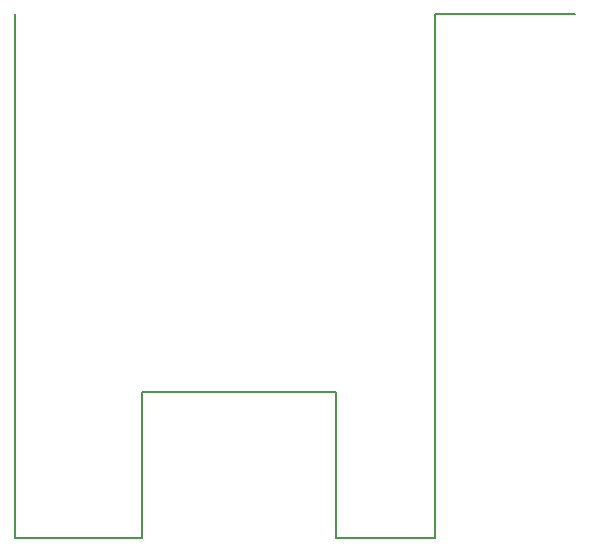
<source format=gko>
G04*
G04 #@! TF.GenerationSoftware,Altium Limited,Altium Designer,21.7.2 (23)*
G04*
G04 Layer_Color=16711935*
%FSLAX25Y25*%
%MOIN*%
G70*
G04*
G04 #@! TF.SameCoordinates,2ED69007-8404-4F84-9E22-07974BFFE74B*
G04*
G04*
G04 #@! TF.FilePolarity,Positive*
G04*
G01*
G75*
%ADD10C,0.00500*%
D10*
Y146903D02*
X-46643D01*
Y-27900D02*
Y146903D01*
X-79713Y-27900D02*
X-46643D01*
X-79713D02*
Y20919D01*
X-144280D02*
X-79713D01*
X-144280Y-27900D02*
Y20919D01*
X-186800Y-27900D02*
X-144280D01*
X-186800D02*
Y146903D01*
M02*

</source>
